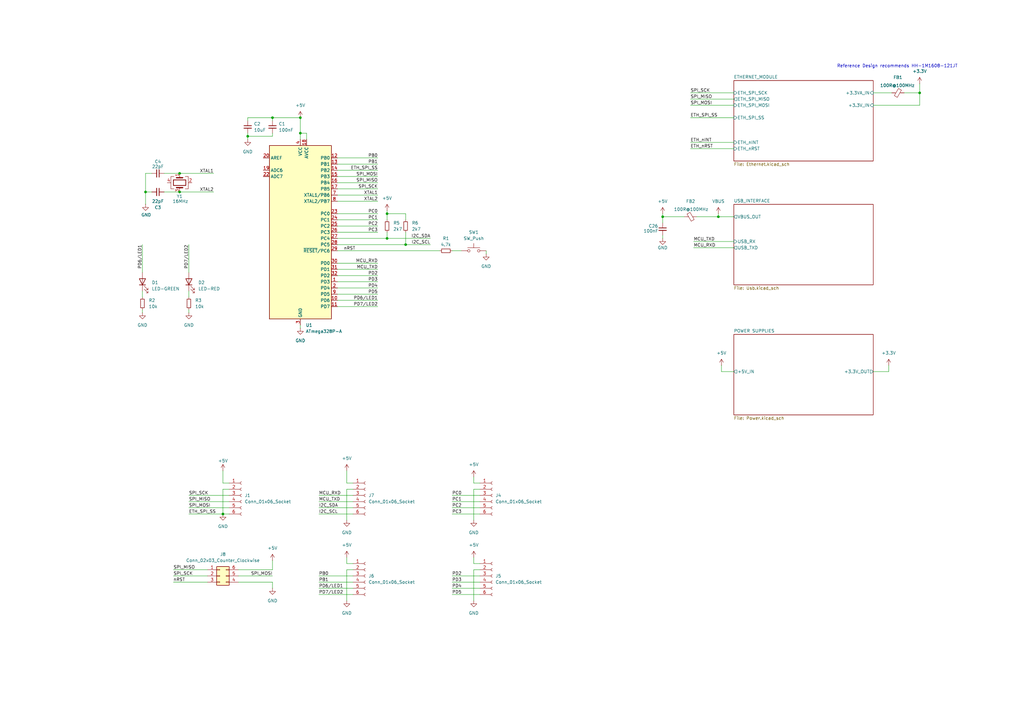
<source format=kicad_sch>
(kicad_sch (version 20250114) (generator "eeschema") (generator_version "9.0")
  (paper "A3")
  (title_block (title "MAIN SHEET") (date "2025-02-21") (rev "0.1") (company "HUNTER INC."))
  (lib_symbols
    (symbol "Connector:Conn_01x06_Socket" (pin_names (offset 1.016) (hide yes))
      (property "Reference" "J" (at 0 7.62 0))
      (property "Value" "Conn_01x06_Socket" (at 0 -10.16 0))
      (symbol "Conn_01x06_Socket_1_1"
        (polyline (pts (xy -1.27 5.08) (xy -0.508 5.08)) (stroke (width 0.1524)))
        (polyline (pts (xy -1.27 2.54) (xy -0.508 2.54)) (stroke (width 0.1524)))
        (polyline (pts (xy -1.27 0) (xy -0.508 0)) (stroke (width 0.1524)))
        (polyline (pts (xy -1.27 -2.54) (xy -0.508 -2.54)) (stroke (width 0.1524)))
        (polyline (pts (xy -1.27 -5.08) (xy -0.508 -5.08)) (stroke (width 0.1524)))
        (polyline (pts (xy -1.27 -7.62) (xy -0.508 -7.62)) (stroke (width 0.1524)))
        (arc (start 0 4.572) (mid -0.5058 5.08) (end 0 5.588) (stroke (width 0.1524)))
        (arc (start 0 2.032) (mid -0.5058 2.54) (end 0 3.048) (stroke (width 0.1524)))
        (arc (start 0 -0.508) (mid -0.5058 0) (end 0 0.508) (stroke (width 0.1524)))
        (arc (start 0 -3.048) (mid -0.5058 -2.54) (end 0 -2.032) (stroke (width 0.1524)))
        (arc (start 0 -5.588) (mid -0.5058 -5.08) (end 0 -4.572) (stroke (width 0.1524)))
        (arc (start 0 -8.128) (mid -0.5058 -7.62) (end 0 -7.112) (stroke (width 0.1524)))
        (pin passive line (at -5.08 5.08 0) (length 3.81) (name "Pin_1") (number "1"))
        (pin passive line (at -5.08 2.54 0) (length 3.81) (name "Pin_2") (number "2"))
        (pin passive line (at -5.08 0 0) (length 3.81) (name "Pin_3") (number "3"))
        (pin passive line (at -5.08 -2.54 0) (length 3.81) (name "Pin_4") (number "4"))
        (pin passive line (at -5.08 -5.08 0) (length 3.81) (name "Pin_5") (number "5"))
        (pin passive line (at -5.08 -7.62 0) (length 3.81) (name "Pin_6") (number "6"))
      )
    )
    (symbol "Connector_Generic:Conn_02x03_Counter_Clockwise" (pin_names (offset 1.016) (hide yes))
      (property "Reference" "J" (at 1.27 5.08 0))
      (property "Value" "Conn_02x03_Counter_Clockwise" (at 1.27 -5.08 0))
      (symbol "Conn_02x03_Counter_Clockwise_1_1"
        (rectangle (start -1.27 3.81) (end 3.81 -3.81) (stroke (width 0.254)) (fill (type background)))
        (rectangle (start -1.27 2.667) (end 0 2.413) (stroke (width 0.1524)))
        (rectangle (start -1.27 0.127) (end 0 -0.127) (stroke (width 0.1524)))
        (rectangle (start -1.27 -2.413) (end 0 -2.667) (stroke (width 0.1524)))
        (rectangle (start 3.81 2.667) (end 2.54 2.413) (stroke (width 0.1524)))
        (rectangle (start 3.81 0.127) (end 2.54 -0.127) (stroke (width 0.1524)))
        (rectangle (start 3.81 -2.413) (end 2.54 -2.667) (stroke (width 0.1524)))
        (pin passive line (at -5.08 2.54 0) (length 3.81) (name "Pin_1") (number "1"))
        (pin passive line (at -5.08 0 0) (length 3.81) (name "Pin_2") (number "2"))
        (pin passive line (at -5.08 -2.54 0) (length 3.81) (name "Pin_3") (number "3"))
        (pin passive line (at 7.62 2.54 180) (length 3.81) (name "Pin_6") (number "6"))
        (pin passive line (at 7.62 0 180) (length 3.81) (name "Pin_5") (number "5"))
        (pin passive line (at 7.62 -2.54 180) (length 3.81) (name "Pin_4") (number "4"))
      )
    )
    (symbol "Device:C_Small" (pin_numbers (hide yes)) (pin_names (offset 0.254) (hide yes))
      (property "Reference" "C" (at 0.254 1.778 0))
      (property "Value" "C_Small" (at 0.254 -2.032 0))
      (symbol "C_Small_0_1"
        (polyline (pts (xy -1.524 0.508) (xy 1.524 0.508)) (stroke (width 0.3048)))
        (polyline (pts (xy -1.524 -0.508) (xy 1.524 -0.508)) (stroke (width 0.3302)))
      )
      (symbol "C_Small_1_1"
        (pin passive line (at 0 2.54 270) (length 2.032) (name "~") (number "1"))
        (pin passive line (at 0 -2.54 90) (length 2.032) (name "~") (number "2"))
      )
    )
    (symbol "Device:Crystal_GND24" (pin_names (offset 1.016) (hide yes))
      (property "Reference" "Y" (at 3.175 5.08 0))
      (property "Value" "Crystal_GND24" (at 3.175 3.175 0))
      (symbol "Crystal_GND24_0_1"
        (polyline (pts (xy -2.54 2.286) (xy -2.54 3.556) (xy 2.54 3.556) (xy 2.54 2.286)))
        (polyline (pts (xy -2.54 0) (xy -2.032 0)))
        (polyline (pts (xy -2.54 -2.286) (xy -2.54 -3.556) (xy 2.54 -3.556) (xy 2.54 -2.286)))
        (polyline (pts (xy -2.032 -1.27) (xy -2.032 1.27)) (stroke (width 0.508)))
        (rectangle (start -1.143 2.54) (end 1.143 -2.54) (stroke (width 0.3048)))
        (polyline (pts (xy 0 3.556) (xy 0 3.81)))
        (polyline (pts (xy 0 -3.81) (xy 0 -3.556)))
        (polyline (pts (xy 2.032 0) (xy 2.54 0)))
        (polyline (pts (xy 2.032 -1.27) (xy 2.032 1.27)) (stroke (width 0.508)))
      )
      (symbol "Crystal_GND24_1_1"
        (pin passive line (at -3.81 0 0) (length 1.27) (name "1") (number "1"))
        (pin passive line (at 0 5.08 270) (length 1.27) (name "2") (number "2"))
        (pin passive line (at 0 -5.08 90) (length 1.27) (name "4") (number "4"))
        (pin passive line (at 3.81 0 180) (length 1.27) (name "3") (number "3"))
      )
    )
    (symbol "Device:FerriteBead_Small" (pin_numbers (hide yes)) (pin_names (offset 0))
      (property "Reference" "FB" (at 1.905 1.27 0))
      (property "Value" "FerriteBead_Small" (at 1.905 -1.27 0))
      (symbol "FerriteBead_Small_0_1"
        (polyline (pts (xy -1.8288 0.2794) (xy -1.1176 1.4986) (xy 1.8288 -0.2032) (xy 1.1176 -1.4224) (xy -1.8288 0.2794)))
        (polyline (pts (xy 0 0.889) (xy 0 1.2954)))
        (polyline (pts (xy 0 -1.27) (xy 0 -0.7874)))
      )
      (symbol "FerriteBead_Small_1_1"
        (pin passive line (at 0 2.54 270) (length 1.27) (name "~") (number "1"))
        (pin passive line (at 0 -2.54 90) (length 1.27) (name "~") (number "2"))
      )
    )
    (symbol "Device:LED" (pin_numbers (hide yes)) (pin_names (offset 1.016) (hide yes))
      (property "Reference" "D" (at 0 2.54 0))
      (property "Value" "LED" (at 0 -2.54 0))
      (symbol "LED_0_1"
        (polyline (pts (xy -3.048 -0.762) (xy -4.572 -2.286) (xy -3.81 -2.286) (xy -4.572 -2.286) (xy -4.572 -1.524)))
        (polyline (pts (xy -1.778 -0.762) (xy -3.302 -2.286) (xy -2.54 -2.286) (xy -3.302 -2.286) (xy -3.302 -1.524)))
        (polyline (pts (xy -1.27 0) (xy 1.27 0)))
        (polyline (pts (xy -1.27 -1.27) (xy -1.27 1.27)) (stroke (width 0.254)))
        (polyline (pts (xy 1.27 -1.27) (xy 1.27 1.27) (xy -1.27 0) (xy 1.27 -1.27)) (stroke (width 0.254)))
      )
      (symbol "LED_1_1"
        (pin passive line (at -3.81 0 0) (length 2.54) (name "K") (number "1"))
        (pin passive line (at 3.81 0 180) (length 2.54) (name "A") (number "2"))
      )
    )
    (symbol "Device:R_Small" (pin_numbers (hide yes)) (pin_names (offset 0.254) (hide yes))
      (property "Reference" "R" (at 0.762 0.508 0))
      (property "Value" "R_Small" (at 0.762 -1.016 0))
      (symbol "R_Small_0_1"
        (rectangle (start -0.762 1.778) (end 0.762 -1.778) (stroke (width 0.2032)))
      )
      (symbol "R_Small_1_1"
        (pin passive line (at 0 2.54 270) (length 0.762) (name "~") (number "1"))
        (pin passive line (at 0 -2.54 90) (length 0.762) (name "~") (number "2"))
      )
    )
    (symbol "MCU_Microchip_ATmega:ATmega328P-A"
      (property "Reference" "U" (at -12.7 36.83 0))
      (property "Value" "ATmega328P-A" (at 2.54 -36.83 0))
      (symbol "ATmega328P-A_0_1"
        (rectangle (start -12.7 -35.56) (end 12.7 35.56) (stroke (width 0.254)) (fill (type background)))
      )
      (symbol "ATmega328P-A_1_1"
        (pin passive line (at -15.24 30.48 0) (length 2.54) (name "AREF") (number "20"))
        (pin input line (at -15.24 25.4 0) (length 2.54) (name "ADC6") (number "19"))
        (pin input line (at -15.24 22.86 0) (length 2.54) (name "ADC7") (number "22"))
        (pin power_in line (at 0 38.1 270) (length 2.54) (name "VCC") (number "4"))
        (pin passive line (at 0 38.1 270) (length 2.54) (hide yes) (name "VCC") (number "6"))
        (pin passive line (at 0 -38.1 90) (length 2.54) (hide yes) (name "GND") (number "21"))
        (pin power_in line (at 0 -38.1 90) (length 2.54) (name "GND") (number "3"))
        (pin passive line (at 0 -38.1 90) (length 2.54) (hide yes) (name "GND") (number "5"))
        (pin power_in line (at 2.54 38.1 270) (length 2.54) (name "AVCC") (number "18"))
        (pin bidirectional line (at 15.24 30.48 180) (length 2.54) (name "PB0") (number "12"))
        (pin bidirectional line (at 15.24 27.94 180) (length 2.54) (name "PB1") (number "13"))
        (pin bidirectional line (at 15.24 25.4 180) (length 2.54) (name "PB2") (number "14"))
        (pin bidirectional line (at 15.24 22.86 180) (length 2.54) (name "PB3") (number "15"))
        (pin bidirectional line (at 15.24 20.32 180) (length 2.54) (name "PB4") (number "16"))
        (pin bidirectional line (at 15.24 17.78 180) (length 2.54) (name "PB5") (number "17"))
        (pin bidirectional line (at 15.24 15.24 180) (length 2.54) (name "XTAL1/PB6") (number "7"))
        (pin bidirectional line (at 15.24 12.7 180) (length 2.54) (name "XTAL2/PB7") (number "8"))
        (pin bidirectional line (at 15.24 7.62 180) (length 2.54) (name "PC0") (number "23"))
        (pin bidirectional line (at 15.24 5.08 180) (length 2.54) (name "PC1") (number "24"))
        (pin bidirectional line (at 15.24 2.54 180) (length 2.54) (name "PC2") (number "25"))
        (pin bidirectional line (at 15.24 0 180) (length 2.54) (name "PC3") (number "26"))
        (pin bidirectional line (at 15.24 -2.54 180) (length 2.54) (name "PC4") (number "27"))
        (pin bidirectional line (at 15.24 -5.08 180) (length 2.54) (name "PC5") (number "28"))
        (pin bidirectional line (at 15.24 -7.62 180) (length 2.54) (name "~{RESET}/PC6") (number "29"))
        (pin bidirectional line (at 15.24 -12.7 180) (length 2.54) (name "PD0") (number "30"))
        (pin bidirectional line (at 15.24 -15.24 180) (length 2.54) (name "PD1") (number "31"))
        (pin bidirectional line (at 15.24 -17.78 180) (length 2.54) (name "PD2") (number "32"))
        (pin bidirectional line (at 15.24 -20.32 180) (length 2.54) (name "PD3") (number "1"))
        (pin bidirectional line (at 15.24 -22.86 180) (length 2.54) (name "PD4") (number "2"))
        (pin bidirectional line (at 15.24 -25.4 180) (length 2.54) (name "PD5") (number "9"))
        (pin bidirectional line (at 15.24 -27.94 180) (length 2.54) (name "PD6") (number "10"))
        (pin bidirectional line (at 15.24 -30.48 180) (length 2.54) (name "PD7") (number "11"))
      )
    )
    (symbol "Switch:SW_Push" (pin_numbers (hide yes)) (pin_names (offset 1.016) (hide yes))
      (property "Reference" "SW" (at 1.27 2.54 0))
      (property "Value" "SW_Push" (at 0 -1.524 0))
      (symbol "SW_Push_0_1"
        (circle (center -2.032 0) (radius 0.508))
        (polyline (pts (xy 0 1.27) (xy 0 3.048)))
        (circle (center 2.032 0) (radius 0.508))
        (polyline (pts (xy 2.54 1.27) (xy -2.54 1.27)))
        (pin passive line (at -5.08 0 0) (length 2.54) (name "1") (number "1"))
        (pin passive line (at 5.08 0 180) (length 2.54) (name "2") (number "2"))
      )
    )
    (symbol "power:+3.3V" (power) (pin_numbers (hide yes)) (pin_names (offset 0) (hide yes))
      (property "Value" "+3.3V" (at 0 3.556 0))
      (symbol "+3.3V_0_1"
        (polyline (pts (xy -0.762 1.27) (xy 0 2.54)))
        (polyline (pts (xy 0 2.54) (xy 0.762 1.27)))
        (polyline (pts (xy 0 0) (xy 0 2.54)))
      )
      (symbol "+3.3V_1_1"
        (pin power_in line (at 0 0 90) (length 0) (name "~") (number "1"))
      )
    )
    (symbol "power:+5V" (power) (pin_numbers (hide yes)) (pin_names (offset 0) (hide yes))
      (property "Value" "+5V" (at 0 3.556 0))
      (symbol "+5V_0_1"
        (polyline (pts (xy -0.762 1.27) (xy 0 2.54)))
        (polyline (pts (xy 0 2.54) (xy 0.762 1.27)))
        (polyline (pts (xy 0 0) (xy 0 2.54)))
      )
      (symbol "+5V_1_1"
        (pin power_in line (at 0 0 90) (length 0) (name "~") (number "1"))
      )
    )
    (symbol "power:GND" (power) (pin_numbers (hide yes)) (pin_names (offset 0) (hide yes))
      (property "Value" "GND" (at 0 -3.81 0))
      (symbol "GND_0_1"
        (polyline (pts (xy 0 0) (xy 0 -1.27) (xy 1.27 -1.27) (xy 0 -2.54) (xy -1.27 -1.27) (xy 0 -1.27)))
      )
      (symbol "GND_1_1"
        (pin power_in line (at 0 0 270) (length 0) (name "~") (number "1"))
      )
    )
    (symbol "power:VBUS" (power) (pin_numbers (hide yes)) (pin_names (offset 0) (hide yes))
      (property "Value" "VBUS" (at 0 3.556 0))
      (symbol "VBUS_0_1"
        (polyline (pts (xy -0.762 1.27) (xy 0 2.54)))
        (polyline (pts (xy 0 2.54) (xy 0.762 1.27)))
        (polyline (pts (xy 0 0) (xy 0 2.54)))
      )
      (symbol "VBUS_1_1"
        (pin power_in line (at 0 0 90) (length 0) (name "~") (number "1"))
      )
    )
  )
  (text "Reference Design recommends HH-1M1608-121JT\n" (at 368.046 27.178 0) (effects (font (size 1.27 1.27))))
  (junction (at 73.66 71.12))
  (junction (at 111.76 48.26))
  (junction (at 377.19 38.1))
  (junction (at 158.75 97.79))
  (junction (at 101.6 55.88))
  (junction (at 73.66 78.74))
  (junction (at 123.19 48.26))
  (junction (at 123.19 54.61))
  (junction (at 294.64 88.9))
  (junction (at 271.78 88.9))
  (junction (at 91.44 210.82))
  (junction (at 158.75 87.63))
  (junction (at 59.69 78.74))
  (junction (at 166.37 100.33))
  (wire (pts (xy 144.78 231.14) (xy 142.24 231.14)))
  (wire (pts (xy 97.79 236.22) (xy 111.76 236.22)))
  (wire (pts (xy 144.78 200.66) (xy 142.24 200.66)))
  (wire (pts (xy 71.12 236.22) (xy 85.09 236.22)))
  (wire (pts (xy 111.76 48.26) (xy 111.76 49.53)))
  (wire (pts (xy 138.43 113.03) (xy 154.94 113.03)))
  (wire (pts (xy 194.31 233.68) (xy 194.31 246.38)))
  (wire (pts (xy 194.31 200.66) (xy 194.31 213.36)))
  (wire (pts (xy 138.43 92.71) (xy 154.94 92.71)))
  (wire (pts (xy 166.37 87.63) (xy 166.37 90.17)))
  (wire (pts (xy 284.48 101.6) (xy 300.99 101.6)))
  (wire (pts (xy 62.23 71.12) (xy 59.69 71.12)))
  (wire (pts (xy 194.31 231.14) (xy 196.85 231.14)))
  (wire (pts (xy 142.24 231.14) (xy 142.24 228.6)))
  (wire (pts (xy 138.43 87.63) (xy 154.94 87.63)))
  (wire (pts (xy 111.76 48.26) (xy 101.6 48.26)))
  (wire (pts (xy 142.24 233.68) (xy 142.24 246.38)))
  (wire (pts (xy 111.76 229.87) (xy 111.76 233.68)))
  (wire (pts (xy 283.21 40.64) (xy 300.99 40.64)))
  (wire (pts (xy 185.42 102.87) (xy 189.23 102.87)))
  (wire (pts (xy 130.81 241.3) (xy 144.78 241.3)))
  (wire (pts (xy 283.21 48.26) (xy 300.99 48.26)))
  (wire (pts (xy 194.31 195.58) (xy 194.31 198.12)))
  (wire (pts (xy 101.6 48.26) (xy 101.6 49.53)))
  (wire (pts (xy 271.78 96.52) (xy 271.78 97.79)))
  (wire (pts (xy 125.73 57.15) (xy 125.73 54.61)))
  (wire (pts (xy 138.43 77.47) (xy 154.94 77.47)))
  (wire (pts (xy 185.42 208.28) (xy 196.85 208.28)))
  (wire (pts (xy 138.43 100.33) (xy 166.37 100.33)))
  (wire (pts (xy 166.37 100.33) (xy 176.53 100.33)))
  (wire (pts (xy 138.43 82.55) (xy 154.94 82.55)))
  (wire (pts (xy 59.69 71.12) (xy 59.69 78.74)))
  (wire (pts (xy 138.43 125.73) (xy 154.94 125.73)))
  (wire (pts (xy 77.47 210.82) (xy 91.44 210.82)))
  (wire (pts (xy 283.21 38.1) (xy 300.99 38.1)))
  (wire (pts (xy 280.67 88.9) (xy 271.78 88.9)))
  (wire (pts (xy 138.43 102.87) (xy 180.34 102.87)))
  (wire (pts (xy 130.81 208.28) (xy 144.78 208.28)))
  (wire (pts (xy 73.66 71.12) (xy 67.31 71.12)))
  (wire (pts (xy 196.85 233.68) (xy 194.31 233.68)))
  (wire (pts (xy 91.44 193.04) (xy 91.44 198.12)))
  (wire (pts (xy 271.78 87.63) (xy 271.78 88.9)))
  (wire (pts (xy 158.75 95.25) (xy 158.75 97.79)))
  (wire (pts (xy 158.75 90.17) (xy 158.75 87.63)))
  (wire (pts (xy 111.76 241.3) (xy 111.76 238.76)))
  (wire (pts (xy 138.43 64.77) (xy 154.94 64.77)))
  (wire (pts (xy 138.43 120.65) (xy 154.94 120.65)))
  (wire (pts (xy 377.19 34.29) (xy 377.19 38.1)))
  (wire (pts (xy 138.43 118.11) (xy 154.94 118.11)))
  (wire (pts (xy 194.31 228.6) (xy 194.31 231.14)))
  (wire (pts (xy 377.19 38.1) (xy 370.84 38.1)))
  (wire (pts (xy 138.43 80.01) (xy 154.94 80.01)))
  (wire (pts (xy 73.66 71.12) (xy 87.63 71.12)))
  (wire (pts (xy 101.6 55.88) (xy 101.6 57.15)))
  (wire (pts (xy 93.98 200.66) (xy 91.44 200.66)))
  (wire (pts (xy 142.24 198.12) (xy 144.78 198.12)))
  (wire (pts (xy 185.42 205.74) (xy 196.85 205.74)))
  (wire (pts (xy 58.42 100.33) (xy 58.42 111.76)))
  (wire (pts (xy 166.37 95.25) (xy 166.37 100.33)))
  (wire (pts (xy 294.64 88.9) (xy 294.64 87.63)))
  (wire (pts (xy 138.43 107.95) (xy 154.94 107.95)))
  (wire (pts (xy 130.81 243.84) (xy 144.78 243.84)))
  (wire (pts (xy 138.43 90.17) (xy 154.94 90.17)))
  (wire (pts (xy 111.76 233.68) (xy 97.79 233.68)))
  (wire (pts (xy 77.47 205.74) (xy 93.98 205.74)))
  (wire (pts (xy 101.6 55.88) (xy 101.6 54.61)))
  (wire (pts (xy 185.42 238.76) (xy 196.85 238.76)))
  (wire (pts (xy 111.76 55.88) (xy 101.6 55.88)))
  (wire (pts (xy 285.75 88.9) (xy 294.64 88.9)))
  (wire (pts (xy 123.19 48.26) (xy 111.76 48.26)))
  (wire (pts (xy 358.14 43.18) (xy 377.19 43.18)))
  (wire (pts (xy 358.14 152.4) (xy 364.49 152.4)))
  (wire (pts (xy 130.81 210.82) (xy 144.78 210.82)))
  (wire (pts (xy 123.19 54.61) (xy 123.19 57.15)))
  (wire (pts (xy 130.81 238.76) (xy 144.78 238.76)))
  (wire (pts (xy 185.42 243.84) (xy 196.85 243.84)))
  (wire (pts (xy 111.76 54.61) (xy 111.76 55.88)))
  (wire (pts (xy 138.43 67.31) (xy 154.94 67.31)))
  (wire (pts (xy 295.91 152.4) (xy 300.99 152.4)))
  (wire (pts (xy 73.66 78.74) (xy 67.31 78.74)))
  (wire (pts (xy 77.47 119.38) (xy 77.47 121.92)))
  (wire (pts (xy 77.47 127) (xy 77.47 128.27)))
  (wire (pts (xy 284.48 99.06) (xy 300.99 99.06)))
  (wire (pts (xy 73.66 78.74) (xy 87.63 78.74)))
  (wire (pts (xy 196.85 200.66) (xy 194.31 200.66)))
  (wire (pts (xy 71.12 238.76) (xy 85.09 238.76)))
  (wire (pts (xy 142.24 200.66) (xy 142.24 213.36)))
  (wire (pts (xy 77.47 100.33) (xy 77.47 111.76)))
  (wire (pts (xy 158.75 86.36) (xy 158.75 87.63)))
  (wire (pts (xy 185.42 236.22) (xy 196.85 236.22)))
  (wire (pts (xy 158.75 97.79) (xy 176.53 97.79)))
  (wire (pts (xy 144.78 233.68) (xy 142.24 233.68)))
  (wire (pts (xy 142.24 193.04) (xy 142.24 198.12)))
  (wire (pts (xy 158.75 87.63) (xy 166.37 87.63)))
  (wire (pts (xy 58.42 127) (xy 58.42 128.27)))
  (wire (pts (xy 377.19 43.18) (xy 377.19 38.1)))
  (wire (pts (xy 295.91 149.86) (xy 295.91 152.4)))
  (wire (pts (xy 77.47 208.28) (xy 93.98 208.28)))
  (wire (pts (xy 283.21 43.18) (xy 300.99 43.18)))
  (wire (pts (xy 199.39 102.87) (xy 199.39 104.14)))
  (wire (pts (xy 138.43 72.39) (xy 154.94 72.39)))
  (wire (pts (xy 185.42 210.82) (xy 196.85 210.82)))
  (wire (pts (xy 138.43 95.25) (xy 154.94 95.25)))
  (wire (pts (xy 71.12 233.68) (xy 85.09 233.68)))
  (wire (pts (xy 125.73 54.61) (xy 123.19 54.61)))
  (wire (pts (xy 91.44 198.12) (xy 93.98 198.12)))
  (wire (pts (xy 58.42 119.38) (xy 58.42 121.92)))
  (wire (pts (xy 62.23 78.74) (xy 59.69 78.74)))
  (wire (pts (xy 138.43 74.93) (xy 154.94 74.93)))
  (wire (pts (xy 358.14 38.1) (xy 365.76 38.1)))
  (wire (pts (xy 77.47 203.2) (xy 93.98 203.2)))
  (wire (pts (xy 300.99 88.9) (xy 294.64 88.9)))
  (wire (pts (xy 271.78 88.9) (xy 271.78 91.44)))
  (wire (pts (xy 185.42 203.2) (xy 196.85 203.2)))
  (wire (pts (xy 123.19 48.26) (xy 123.19 54.61)))
  (wire (pts (xy 59.69 83.82) (xy 59.69 78.74)))
  (wire (pts (xy 123.19 133.35) (xy 123.19 134.62)))
  (wire (pts (xy 91.44 200.66) (xy 91.44 210.82)))
  (wire (pts (xy 364.49 152.4) (xy 364.49 149.86)))
  (wire (pts (xy 138.43 110.49) (xy 154.94 110.49)))
  (wire (pts (xy 138.43 115.57) (xy 154.94 115.57)))
  (wire (pts (xy 138.43 69.85) (xy 154.94 69.85)))
  (wire (pts (xy 283.21 58.42) (xy 300.99 58.42)))
  (wire (pts (xy 194.31 198.12) (xy 196.85 198.12)))
  (wire (pts (xy 185.42 241.3) (xy 196.85 241.3)))
  (wire (pts (xy 138.43 97.79) (xy 158.75 97.79)))
  (wire (pts (xy 130.81 203.2) (xy 144.78 203.2)))
  (wire (pts (xy 130.81 205.74) (xy 144.78 205.74)))
  (wire (pts (xy 111.76 238.76) (xy 97.79 238.76)))
  (wire (pts (xy 130.81 236.22) (xy 144.78 236.22)))
  (wire (pts (xy 283.21 60.96) (xy 300.99 60.96)))
  (wire (pts (xy 91.44 210.82) (xy 93.98 210.82)))
  (wire (pts (xy 138.43 123.19) (xy 154.94 123.19)))
  (label "PC0" (at 154.94 87.63 180))
  (label "PC2" (at 154.94 92.71 180))
  (label "PD3" (at 185.42 238.76 0))
  (label "PC1" (at 154.94 90.17 180))
  (label "PC1" (at 185.42 205.74 0))
  (label "PD7{slash}LED2" (at 154.94 125.73 180))
  (label "XTAL2" (at 154.94 82.55 180))
  (label "SPI_MISO" (at 71.12 233.68 0))
  (label "MCU_TXD" (at 130.81 205.74 0))
  (label "SPI_MISO" (at 154.94 74.93 180))
  (label "PD5" (at 185.42 243.84 0))
  (label "PD5" (at 154.94 120.65 180))
  (label "XTAL2" (at 87.63 78.74 180))
  (label "MCU_RXD" (at 284.48 101.6 0))
  (label "PD3" (at 154.94 115.57 180))
  (label "SPI_MOSI" (at 77.47 208.28 0))
  (label "PD2" (at 185.42 236.22 0))
  (label "SPI_MOSI" (at 283.21 43.18 0))
  (label "I2C_SDA" (at 176.53 97.79 180))
  (label "SPI_MOSI" (at 111.76 236.22 180))
  (label "ETH_SPI_SS" (at 77.47 210.82 0))
  (label "PD4" (at 154.94 118.11 180))
  (label "PD6{slash}LED1" (at 130.81 241.3 0))
  (label "ETH_nINT" (at 283.21 58.42 0))
  (label "PC0" (at 185.42 203.2 0))
  (label "PC2" (at 185.42 208.28 0))
  (label "PD6{slash}LED1" (at 58.42 100.33 270))
  (label "SPI_SCK" (at 283.21 38.1 0))
  (label "SPI_MISO" (at 77.47 205.74 0))
  (label "PD4" (at 185.42 241.3 0))
  (label "PB1" (at 130.81 238.76 0))
  (label "PD7{slash}LED2" (at 77.47 100.33 270))
  (label "MCU_TXD" (at 154.94 110.49 180))
  (label "PD6{slash}LED1" (at 154.94 123.19 180))
  (label "MCU_TXD" (at 284.48 99.06 0))
  (label "PC3" (at 154.94 95.25 180))
  (label "nRST" (at 140.97 102.87 0))
  (label "ETH_SPI_SS" (at 283.21 48.26 0))
  (label "PB1" (at 154.94 67.31 180))
  (label "nRST" (at 71.12 238.76 0))
  (label "I2C_SCL" (at 130.81 210.82 0))
  (label "ETH_SPI_SS" (at 154.94 69.85 180))
  (label "SPI_SCK" (at 77.47 203.2 0))
  (label "PB0" (at 154.94 64.77 180))
  (label "I2C_SCL" (at 176.53 100.33 180))
  (label "PB0" (at 130.81 236.22 0))
  (label "XTAL1" (at 154.94 80.01 180))
  (label "XTAL1" (at 87.63 71.12 180))
  (label "SPI_MISO" (at 283.21 40.64 0))
  (label "PD2" (at 154.94 113.03 180))
  (label "MCU_RXD" (at 154.94 107.95 180))
  (label "PD7{slash}LED2" (at 130.81 243.84 0))
  (label "PC3" (at 185.42 210.82 0))
  (label "SPI_MOSI" (at 154.94 72.39 180))
  (label "SPI_SCK" (at 154.94 77.47 180))
  (label "SPI_SCK" (at 71.12 236.22 0))
  (label "ETH_nRST" (at 283.21 60.96 0))
  (label "I2C_SDA" (at 130.81 208.28 0))
  (label "MCU_RXD" (at 130.81 203.2 0))
  (symbol (lib_id "power:GND") (at 58.42 128.27 0) (unit 1)
    (property "Reference" "#PWR01" (effects (hide yes)))
    (property "Value" "GND" (at 58.42 133.35 0))
    (property "Description" "Power symbol creates a global label with name \"GND\" , ground" (effects (hide yes)))
  )
  (symbol (lib_id "Device:C_Small") (at 64.77 71.12 270) (unit 1)
    (property "Reference" "C4" (at 64.77 66.294 90))
    (property "Value" "22pF" (at 64.77 68.326 90))
    (property "Footprint" "Capacitor_SMD:C_0603_1608Metric" (effects (hide yes)))
    (property "Description" "Unpolarized capacitor, small symbol" (effects (hide yes)))
    (property "LCSC" "C1653" (effects (hide yes)))
  )
  (symbol (lib_id "Switch:SW_Push") (at 194.31 102.87 0) (unit 1)
    (property "Reference" "SW1" (at 194.31 95.25 0))
    (property "Value" "SW_Push" (at 194.31 97.79 0))
    (property "Footprint" "Button_Switch_SMD:SW_Push_1P1T_XKB_TS-1187A" (effects (hide yes)))
    (property "Description" "Push button switch, generic, two pins" (effects (hide yes)))
    (property "LCSC" "C318884" (effects (hide yes)))
  )
  (symbol (lib_id "MCU_Microchip_ATmega:ATmega328P-A") (at 123.19 95.25 0) (unit 1)
    (property "Reference" "U1" (at 125.3841 133.35 0) (effects (justify left)))
    (property "Value" "ATmega328P-A" (at 125.3841 135.89 0) (effects (justify left)))
    (property "Footprint" "Package_QFP:TQFP-32_7x7mm_P0.8mm" (effects (hide yes)))
    (property "Datasheet" "http://ww1.microchip.com/downloads/en/DeviceDoc/ATmega328_P%20AVR%20MCU%20with%20picoPower%20Technology%20Data%20Sheet%2040001984A.pdf" (effects (hide yes)))
    (property "Description" "20MHz, 32kB Flash, 2kB SRAM, 1kB EEPROM, TQFP-32" (effects (hide yes)))
    (property "LCSC" "C14877" (effects (hide yes)))
  )
  (symbol (lib_id "power:GND") (at 194.31 246.38 0) (unit 1)
    (property "Reference" "#PWR039" (effects (hide yes)))
    (property "Value" "GND" (at 194.31 251.46 0))
    (property "Description" "Power symbol creates a global label with name \"GND\" , ground" (effects (hide yes)))
  )
  (symbol (lib_id "power:+3.3V") (at 377.19 34.29 0) (unit 1)
    (property "Reference" "#PWR046" (effects (hide yes)))
    (property "Value" "+3.3V" (at 377.19 29.21 0))
    (property "Description" "Power symbol creates a global label with name \"+3.3V\"" (effects (hide yes)))
  )
  (symbol (lib_id "power:+3.3V") (at 364.49 149.86 0) (unit 1)
    (property "Reference" "#PWR030" (effects (hide yes)))
    (property "Value" "+3.3V" (at 364.49 144.78 0))
    (property "Description" "Power symbol creates a global label with name \"+3.3V\"" (effects (hide yes)))
  )
  (symbol (lib_id "power:GND") (at 91.44 210.82 0) (unit 1)
    (property "Reference" "#PWR035" (effects (hide yes)))
    (property "Value" "GND" (at 91.44 215.9 0))
    (property "Description" "Power symbol creates a global label with name \"GND\" , ground" (effects (hide yes)))
  )
  (symbol (lib_id "power:GND") (at 59.69 83.82 0) (unit 1)
    (property "Reference" "#PWR012" (effects (hide yes)))
    (property "Value" "GND" (at 57.912 88.138 0) (effects (justify left)))
    (property "Description" "Power symbol creates a global label with name \"GND\" , ground" (effects (hide yes)))
  )
  (symbol (lib_id "power:GND") (at 142.24 213.36 0) (unit 1)
    (property "Reference" "#PWR043" (effects (hide yes)))
    (property "Value" "GND" (at 142.24 218.44 0))
    (property "Description" "Power symbol creates a global label with name \"GND\" , ground" (effects (hide yes)))
  )
  (symbol (lib_id "power:GND") (at 194.31 213.36 0) (unit 1)
    (property "Reference" "#PWR036" (effects (hide yes)))
    (property "Value" "GND" (at 194.31 218.44 0))
    (property "Description" "Power symbol creates a global label with name \"GND\" , ground" (effects (hide yes)))
  )
  (symbol (lib_id "power:+5V") (at 158.75 86.36 0) (unit 1)
    (property "Reference" "#PWR08" (effects (hide yes)))
    (property "Value" "+5V" (at 158.75 81.28 0))
    (property "Description" "Power symbol creates a global label with name \"+5V\"" (effects (hide yes)))
  )
  (symbol (lib_id "power:+5V") (at 295.91 149.86 0) (unit 1)
    (property "Reference" "#PWR014" (effects (hide yes)))
    (property "Value" "+5V" (at 295.91 144.78 0))
    (property "Description" "Power symbol creates a global label with name \"+5V\"" (effects (hide yes)))
  )
  (symbol (lib_id "Connector:Conn_01x06_Socket") (at 201.93 236.22 0) (unit 1) (in_bom no)
    (property "Reference" "J5" (at 203.2 236.2199 0) (effects (justify left)))
    (property "Value" "Conn_01x06_Socket" (at 203.2 238.7599 0) (effects (justify left)))
    (property "Footprint" "Connector_PinHeader_2.54mm:PinHeader_1x06_P2.54mm_Vertical" (effects (hide yes)))
    (property "Description" "Generic connector, single row, 01x06, script generated" (effects (hide yes)))
  )
  (symbol (lib_id "Connector_Generic:Conn_02x03_Counter_Clockwise") (at 90.17 236.22 0) (unit 1) (in_bom no)
    (property "Reference" "J8" (at 91.44 227.33 0))
    (property "Value" "Conn_02x03_Counter_Clockwise" (at 91.44 229.87 0))
    (property "Footprint" "Connector_PinHeader_2.54mm:PinHeader_2x03_P2.54mm_Vertical" (effects (hide yes)))
    (property "Description" "Generic connector, double row, 02x03, counter clockwise pin numbering scheme (similar to DIP package numbering), script generated (kicad-library-utils/schlib/autogen/connector/)" (effects (hide yes)))
  )
  (symbol (lib_id "Device:C_Small") (at 111.76 52.07 0) (unit 1)
    (property "Reference" "C1" (at 114.3 50.8062 0) (effects (justify left)))
    (property "Value" "100nF" (at 114.3 53.3462 0) (effects (justify left)))
    (property "Footprint" "Capacitor_SMD:C_0603_1608Metric" (effects (hide yes)))
    (property "Description" "Unpolarized capacitor, small symbol" (effects (hide yes)))
    (property "LCSC" "C14663" (effects (hide yes)))
  )
  (symbol (lib_id "Device:R_Small") (at 182.88 102.87 90) (unit 1)
    (property "Reference" "R1" (at 182.88 97.79 90))
    (property "Value" "4.7k" (at 182.88 100.33 90))
    (property "Footprint" "Resistor_SMD:R_0603_1608Metric" (effects (hide yes)))
    (property "Description" "Resistor, small symbol" (effects (hide yes)))
    (property "LCSC" "C23162" (effects (hide yes)))
  )
  (symbol (lib_id "power:GND") (at 123.19 134.62 0) (unit 1)
    (property "Reference" "#PWR010" (effects (hide yes)))
    (property "Value" "GND" (at 123.19 139.7 0))
    (property "Description" "Power symbol creates a global label with name \"GND\" , ground" (effects (hide yes)))
  )
  (symbol (lib_id "Connector:Conn_01x06_Socket") (at 201.93 203.2 0) (unit 1) (in_bom no)
    (property "Reference" "J4" (at 203.2 203.1999 0) (effects (justify left)))
    (property "Value" "Conn_01x06_Socket" (at 203.2 205.7399 0) (effects (justify left)))
    (property "Footprint" "Connector_PinHeader_2.54mm:PinHeader_1x06_P2.54mm_Vertical" (effects (hide yes)))
    (property "Description" "Generic connector, single row, 01x06, script generated" (effects (hide yes)))
  )
  (symbol (lib_id "power:VBUS") (at 294.64 87.63 0) (unit 1)
    (property "Reference" "#PWR056" (effects (hide yes)))
    (property "Value" "VBUS" (at 294.64 82.55 0))
    (property "Description" "Power symbol creates a global label with name \"VBUS\"" (effects (hide yes)))
  )
  (symbol (lib_id "power:+5V") (at 123.19 48.26 0) (unit 1)
    (property "Reference" "#PWR03" (effects (hide yes)))
    (property "Value" "+5V" (at 123.19 43.18 0))
    (property "Description" "Power symbol creates a global label with name \"+5V\"" (effects (hide yes)))
  )
  (symbol (lib_id "power:+5V") (at 194.31 228.6 0) (unit 1)
    (property "Reference" "#PWR038" (effects (hide yes)))
    (property "Value" "+5V" (at 194.31 223.52 0))
    (property "Description" "Power symbol creates a global label with name \"+5V\"" (effects (hide yes)))
  )
  (symbol (lib_id "Connector:Conn_01x06_Socket") (at 149.86 236.22 0) (unit 1) (in_bom no)
    (property "Reference" "J6" (at 151.13 236.2199 0) (effects (justify left)))
    (property "Value" "Conn_01x06_Socket" (at 151.13 238.7599 0) (effects (justify left)))
    (property "Footprint" "Connector_PinHeader_2.54mm:PinHeader_1x06_P2.54mm_Vertical" (effects (hide yes)))
    (property "Description" "Generic connector, single row, 01x06, script generated" (effects (hide yes)))
  )
  (symbol (lib_id "Device:R_Small") (at 166.37 92.71 180) (unit 1)
    (property "Reference" "R6" (at 168.91 91.4399 0) (effects (justify right)))
    (property "Value" "2k7" (at 168.91 93.9799 0) (effects (justify right)))
    (property "Footprint" "Resistor_SMD:R_0603_1608Metric" (effects (hide yes)))
    (property "Description" "Resistor, small symbol" (effects (hide yes)))
  )
  (symbol (lib_id "Device:R_Small") (at 58.42 124.46 180) (unit 1)
    (property "Reference" "R2" (at 60.96 123.1899 0) (effects (justify right)))
    (property "Value" "10k" (at 60.96 125.7299 0) (effects (justify right)))
    (property "Footprint" "Resistor_SMD:R_0603_1608Metric" (effects (hide yes)))
    (property "Description" "Resistor, small symbol" (effects (hide yes)))
    (property "LCSC" "C25804" (effects (hide yes)))
  )
  (symbol (lib_id "power:+5V") (at 194.31 195.58 0) (unit 1)
    (property "Reference" "#PWR037" (effects (hide yes)))
    (property "Value" "+5V" (at 194.31 190.5 0))
    (property "Description" "Power symbol creates a global label with name \"+5V\"" (effects (hide yes)))
  )
  (symbol (lib_id "power:GND") (at 271.78 97.79 0) (mirror y) (unit 1)
    (property "Reference" "#PWR032" (effects (hide yes)))
    (property "Value" "GND" (at 271.78 101.6 0))
    (property "Description" "Power symbol creates a global label with name \"GND\" , ground" (effects (hide yes)))
  )
  (symbol (lib_id "power:GND") (at 142.24 246.38 0) (unit 1)
    (property "Reference" "#PWR041" (effects (hide yes)))
    (property "Value" "GND" (at 142.24 251.46 0))
    (property "Description" "Power symbol creates a global label with name \"GND\" , ground" (effects (hide yes)))
  )
  (symbol (lib_id "Device:C_Small") (at 64.77 78.74 270) (unit 1)
    (property "Reference" "C3" (at 64.7637 85.09 90))
    (property "Value" "22pF" (at 64.7637 82.55 90))
    (property "Footprint" "Capacitor_SMD:C_0603_1608Metric" (effects (hide yes)))
    (property "Description" "Unpolarized capacitor, small symbol" (effects (hide yes)))
    (property "LCSC" "C1653" (effects (hide yes)))
  )
  (symbol (lib_id "power:+5V") (at 111.76 229.87 0) (unit 1)
    (property "Reference" "#PWR044" (effects (hide yes)))
    (property "Value" "+5V" (at 111.76 224.79 0))
    (property "Description" "Power symbol creates a global label with name \"+5V\"" (effects (hide yes)))
  )
  (symbol (lib_id "Device:R_Small") (at 158.75 92.71 180) (unit 1)
    (property "Reference" "R5" (at 161.29 91.4399 0) (effects (justify right)))
    (property "Value" "2k7" (at 161.29 93.9799 0) (effects (justify right)))
    (property "Footprint" "Resistor_SMD:R_0603_1608Metric" (effects (hide yes)))
    (property "Description" "Resistor, small symbol" (effects (hide yes)))
    (property "LCSC" "C13167" (effects (hide yes)))
  )
  (symbol (lib_id "power:GND") (at 111.76 241.3 0) (unit 1)
    (property "Reference" "#PWR045" (effects (hide yes)))
    (property "Value" "GND" (at 111.76 246.38 0))
    (property "Description" "Power symbol creates a global label with name \"GND\" , ground" (effects (hide yes)))
  )
  (symbol (lib_id "power:+5V") (at 91.44 193.04 0) (unit 1)
    (property "Reference" "#PWR05" (effects (hide yes)))
    (property "Value" "+5V" (at 91.44 188.976 0))
    (property "Description" "Power symbol creates a global label with name \"+5V\"" (effects (hide yes)))
  )
  (symbol (lib_id "power:GND") (at 77.47 128.27 0) (unit 1)
    (property "Reference" "#PWR02" (effects (hide yes)))
    (property "Value" "GND" (at 77.47 133.35 0))
    (property "Description" "Power symbol creates a global label with name \"GND\" , ground" (effects (hide yes)))
  )
  (symbol (lib_id "Connector:Conn_01x06_Socket") (at 99.06 203.2 0) (unit 1) (in_bom no)
    (property "Reference" "J1" (at 100.33 203.1999 0) (effects (justify left)))
    (property "Value" "Conn_01x06_Socket" (at 100.33 205.7399 0) (effects (justify left)))
    (property "Footprint" "Connector_PinHeader_2.54mm:PinHeader_1x06_P2.54mm_Vertical" (effects (hide yes)))
    (property "Description" "Generic connector, single row, 01x06, script generated" (effects (hide yes)))
  )
  (symbol (lib_id "Device:FerriteBead_Small") (at 283.21 88.9 270) (mirror x) (unit 1)
    (property "Reference" "FB2" (at 283.2481 82.55 90))
    (property "Value" "100R@100MHz" (at 283.464 85.852 90))
    (property "Footprint" "Inductor_SMD:L_0603_1608Metric" (effects (hide yes)))
    (property "Description" "Ferrite bead, small symbol" (effects (hide yes)))
    (property "LCSC" "C1015" (effects (hide yes)))
  )
  (symbol (lib_id "Device:Crystal_GND24") (at 73.66 74.93 270) (unit 1)
    (property "Reference" "Y1" (at 74.93 80.518 90) (effects (justify right)))
    (property "Value" "16MHz" (at 77.216 82.55 90) (effects (justify right)))
    (property "Footprint" "Crystal:Crystal_SMD_3225-4Pin_3.2x2.5mm" (effects (hide yes)))
    (property "Description" "Four pin crystal, GND on pins 2 and 4" (effects (hide yes)))
    (property "LCSC" "C13738" (effects (hide yes)))
  )
  (symbol (lib_id "power:GND") (at 101.6 57.15 0) (unit 1)
    (property "Reference" "#PWR011" (effects (hide yes)))
    (property "Value" "GND" (at 101.6 62.23 0))
    (property "Description" "Power symbol creates a global label with name \"GND\" , ground" (effects (hide yes)))
  )
  (symbol (lib_id "power:+5V") (at 142.24 228.6 0) (unit 1)
    (property "Reference" "#PWR040" (effects (hide yes)))
    (property "Value" "+5V" (at 142.24 223.52 0))
    (property "Description" "Power symbol creates a global label with name \"+5V\"" (effects (hide yes)))
  )
  (symbol (lib_id "Device:R_Small") (at 77.47 124.46 180) (unit 1)
    (property "Reference" "R3" (at 80.01 123.1899 0) (effects (justify right)))
    (property "Value" "10k" (at 80.01 125.7299 0) (effects (justify right)))
    (property "Footprint" "Resistor_SMD:R_0603_1608Metric" (effects (hide yes)))
    (property "Description" "Resistor, small symbol" (effects (hide yes)))
    (property "LCSC" "C25804" (effects (hide yes)))
  )
  (symbol (lib_id "Connector:Conn_01x06_Socket") (at 149.86 203.2 0) (unit 1) (in_bom no)
    (property "Reference" "J7" (at 151.13 203.1999 0) (effects (justify left)))
    (property "Value" "Conn_01x06_Socket" (at 151.13 205.7399 0) (effects (justify left)))
    (property "Footprint" "Connector_PinHeader_2.54mm:PinHeader_1x06_P2.54mm_Vertical" (effects (hide yes)))
    (property "Description" "Generic connector, single row, 01x06, script generated" (effects (hide yes)))
  )
  (symbol (lib_id "Device:C_Small") (at 271.78 93.98 0) (mirror y) (unit 1)
    (property "Reference" "C26" (at 267.97 92.71 0))
    (property "Value" "100nF" (at 266.954 94.742 0))
    (property "Footprint" "Capacitor_SMD:C_0603_1608Metric" (effects (hide yes)))
    (property "Description" "Unpolarized capacitor, small symbol" (effects (hide yes)))
    (property "LCSC" "C14663" (effects (hide yes)))
  )
  (symbol (lib_id "power:+5V") (at 142.24 193.04 0) (unit 1)
    (property "Reference" "#PWR042" (effects (hide yes)))
    (property "Value" "+5V" (at 142.24 187.96 0))
    (property "Description" "Power symbol creates a global label with name \"+5V\"" (effects (hide yes)))
  )
  (symbol (lib_id "power:GND") (at 199.39 104.14 0) (unit 1)
    (property "Reference" "#PWR07" (effects (hide yes)))
    (property "Value" "GND" (at 199.39 109.22 0))
    (property "Description" "Power symbol creates a global label with name \"GND\" , ground" (effects (hide yes)))
  )
  (symbol (lib_id "Device:LED") (at 77.47 115.57 90) (unit 1)
    (property "Reference" "D2" (at 81.28 115.8874 90) (effects (justify right)))
    (property "Value" "LED-RED" (at 81.28 118.4274 90) (effects (justify right)))
    (property "Footprint" "LED_SMD:LED_0805_2012Metric" (effects (hide yes)))
    (property "Description" "Light emitting diode" (effects (hide yes)))
    (property "LCSC" "C2296" (effects (hide yes)))
  )
  (symbol (lib_id "Device:FerriteBead_Small") (at 368.3 38.1 90) (unit 1)
    (property "Reference" "FB1" (at 368.2619 31.75 90))
    (property "Value" "100R@100MHz" (at 368.046 35.052 90))
    (property "Footprint" "Inductor_SMD:L_0603_1608Metric" (effects (hide yes)))
    (property "Description" "Ferrite bead, small symbol" (effects (hide yes)))
    (property "LCSC" "C1015" (effects (hide yes)))
  )
  (symbol (lib_id "power:+5V") (at 271.78 87.63 0) (mirror y) (unit 1)
    (property "Reference" "#PWR013" (effects (hide yes)))
    (property "Value" "+5V" (at 271.78 82.55 0))
    (property "Description" "Power symbol creates a global label with name \"+5V\"" (effects (hide yes)))
  )
  (symbol (lib_id "Device:LED") (at 58.42 115.57 90) (unit 1)
    (property "Reference" "D1" (at 62.23 115.8874 90) (effects (justify right)))
    (property "Value" "LED-GREEN" (at 62.23 118.4274 90) (effects (justify right)))
    (property "Footprint" "LED_SMD:LED_0805_2012Metric" (effects (hide yes)))
    (property "Description" "Light emitting diode" (effects (hide yes)))
    (property "LCSC" "C2297" (effects (hide yes)))
  )
  (symbol (lib_id "Device:C_Small") (at 101.6 52.07 0) (unit 1)
    (property "Reference" "C2" (at 104.14 50.8062 0) (effects (justify left)))
    (property "Value" "10uF" (at 104.14 53.3462 0) (effects (justify left)))
    (property "Footprint" "Capacitor_SMD:C_1206_3216Metric" (effects (hide yes)))
    (property "Description" "Unpolarized capacitor, small symbol" (effects (hide yes)))
    (property "LCSC" "C13585" (effects (hide yes)))
  )
  (sheet (at 300.99 137.16) (size 57.15 33.02) (stroke (width 0.1524))
    (property "Sheetname" "POWER SUPPLIES" (at 300.99 136.4484 0) (effects (justify left bottom)))
    (property "Sheetfile" "Power.kicad_sch" (at 300.99 170.7646 0) (effects (justify left top)))
    (pin "+3.3V_OUT" output (at 358.14 152.4 0))
    (pin "+5V_IN" output (at 300.99 152.4 180))
  )
  (sheet (at 300.99 83.82) (size 57.15 33.02) (stroke (width 0.1524))
    (property "Sheetname" "USB_INTERFACE" (at 300.99 83.1084 0) (effects (justify left bottom)))
    (property "Sheetfile" "Usb.kicad_sch" (at 300.99 117.4246 0) (effects (justify left top)))
    (pin "USB_RX" input (at 300.99 99.06 180))
    (pin "USB_TXD" output (at 300.99 101.6 180))
    (pin "VBUS_OUT" output (at 300.99 88.9 180))
  )
  (sheet (at 300.99 33.02) (size 57.15 33.02) (stroke (width 0.1524))
    (property "Sheetname" "ETHERNET_MODULE" (at 300.99 32.3084 0) (effects (justify left bottom)))
    (property "Sheetfile" "Ethernet.kicad_sch" (at 300.99 66.6246 0) (effects (justify left top)))
    (pin "ETH_SPI_SCK" input (at 300.99 38.1 180))
    (pin "ETH_SPI_MISO" output (at 300.99 40.64 180))
    (pin "ETH_SPI_MOSI" input (at 300.99 43.18 180))
    (pin "ETH_SPI_SS" input (at 300.99 48.26 180))
    (pin "ETH_nINT" input (at 300.99 58.42 180))
    (pin "ETH_nRST" input (at 300.99 60.96 180))
    (pin "+3.3VA_IN" input (at 358.14 38.1 0))
    (pin "+3.3V_IN" input (at 358.14 43.18 0))
  )
)
</source>
